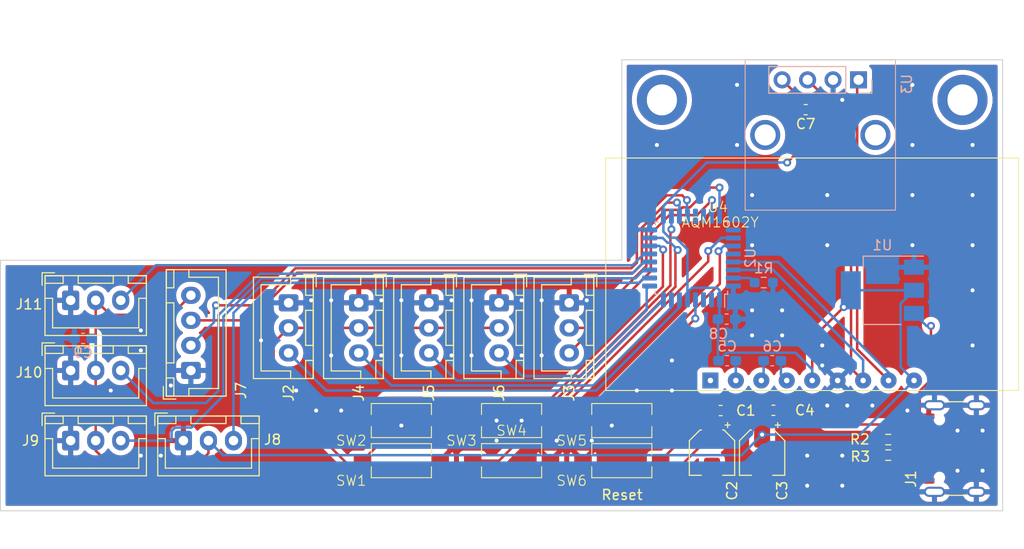
<source format=kicad_pcb>
(kicad_pcb (version 20240108) (generator "pcbnew") (generator_version "8.0")
  (layers (0 "F.Cu" signal) (31 "B.Cu" signal) (34 "B.Paste" user) (35 "F.Paste" user) (36 "B.SilkS" user "B.Silkscreen") (37 "F.SilkS" user "F.Silkscreen") (38 "B.Mask" user) (39 "F.Mask" user) (44 "Edge.Cuts" user))
  (net 0 "")
  (net 1 "+5V")
  (net 2 "GND")
  (net 3 "+3.3V")
  (net 4 "Net-(U4-VOUT)")
  (net 5 "Net-(U4-CAP1P)")
  (net 6 "Net-(U4-CAP1N)")
  (net 7 "Net-(J1-CC1)")
  (net 11 "Net-(J1-CC2)")
  (net 15 "5V_ALT1")
  (net 16 "SWCLK")
  (net 17 "SWDIO")
  (net 18 "5V_ALT2")
  (net 19 "5V_ALT3")
  (net 20 "5V_ALT4")
  (net 21 "UART1_TX")
  (net 22 "UART1_RX")
  (net 23 "3.3V_ALT1")
  (net 24 "3.3V_ALT2")
  (net 25 "3.3V_ALT3")
  (net 26 "3.3V_ALT4")
  (net 27 "Net-(U2-PB8{slash}BOOT0)")
  (net 28 "SW1")
  (net 29 "SW2")
  (net 30 "SW3")
  (net 31 "SW4")
  (net 32 "SW5")
  (net 33 "Net-(U2-NRST)")
  (net 40 "I2C1_SCL")
  (net 41 "I2C1_SDA")
  (footprint "Capacitor_SMD:C_0603_1608Metric_Pad1.08x0.95mm_HandSolder" (layer "F.Cu") (at 243.35 106.975 180)
    (property "Reference" "C7" (at 0 -1.43 0) (layer "F.SilkS"))
    (property "Value" "0.1u")
    (pad "1" smd roundrect (at -0.8625 0 180) (size 1.075 0.95) (layers "F.Cu" "F.Paste" "F.Mask") (net 2 "GND"))
    (pad "2" smd roundrect (at 0.8625 0 180) (size 1.075 0.95) (layers "F.Cu" "F.Paste" "F.Mask") (net 3 "+3.3V"))
  )
  (footprint "Connector_JST:JST_XH_B3B-XH-A_1x03_P2.50mm_Vertical" (layer "F.Cu") (at 198.75 126.25 -90)
    (property "Reference" "J4" (at 9 0 90) (layer "F.SilkS"))
    (property "Value" "Conn_01x03")
    (pad "1" thru_hole roundrect (at 0 0 270) (size 1.7 1.95) (drill 0.95) (layers "*.Cu" "*.Mask") (roundrect_rratio 0.147059) (net 2 "GND"))
    (pad "2" thru_hole oval (at 2.5 0 270) (size 1.7 1.95) (drill 0.95) (layers "*.Cu" "*.Mask") (net 1 "+5V"))
    (pad "3" thru_hole oval (at 5 0 270) (size 1.7 1.95) (drill 0.95) (layers "*.Cu" "*.Mask") (net 18 "5V_ALT2"))
  )
  (footprint "yuki_lib:PAD_3mm_5mm" (layer "F.Cu") (at 229 106)
    (property "Reference" "REF**" (hide yes))
    (property "Value" "PAD_3mm_5mm")
    (pad "1" thru_hole circle (at 0 0) (size 5 5) (drill oval 3 3.1) (layers "*.Cu" "*.Mask"))
  )
  (footprint "Connector_JST:JST_XH_B3B-XH-A_1x03_P2.50mm_Vertical" (layer "F.Cu") (at 181.25 140)
    (property "Reference" "J8" (at 8.9 -0.1 0) (layer "F.SilkS"))
    (property "Value" "Conn_01x03")
    (pad "1" thru_hole roundrect (at 0 0) (size 1.7 1.95) (drill 0.95) (layers "*.Cu" "*.Mask") (roundrect_rratio 0.147059) (net 2 "GND"))
    (pad "2" thru_hole oval (at 2.5 0) (size 1.7 1.95) (drill 0.95) (layers "*.Cu" "*.Mask") (net 3 "+3.3V"))
    (pad "3" thru_hole oval (at 5 0) (size 1.7 1.95) (drill 0.95) (layers "*.Cu" "*.Mask") (net 23 "3.3V_ALT1"))
  )
  (footprint "yuki_lib:SW_TSB008A2518A" (layer "F.Cu") (at 214 138)
    (property "Reference" "SW3" (at -5 2 0) (layer "F.SilkS") (effects (font (thickness 0.1))))
    (property "Value" "SW_Push")
    (pad "1" smd rect (at -3.875 0) (size 1.75 1) (layers "F.Cu" "F.Paste" "F.Mask") (net 30 "SW3"))
    (pad "2" smd rect (at 3.875 0) (size 1.75 1) (layers "F.Cu" "F.Paste" "F.Mask") (net 2 "GND"))
  )
  (footprint "Capacitor_SMD:C_0603_1608Metric_Pad1.08x0.95mm_HandSolder" (layer "F.Cu") (at 234.8625 137)
    (property "Reference" "C1" (at 2.5125 0 0) (layer "F.SilkS"))
    (property "Value" "0.1u")
    (pad "1" smd roundrect (at -0.8625 0) (size 1.075 0.95) (layers "F.Cu" "F.Paste" "F.Mask") (net 1 "+5V"))
    (pad "2" smd roundrect (at 0.8625 0) (size 1.075 0.95) (layers "F.Cu" "F.Paste" "F.Mask") (net 2 "GND"))
  )
  (footprint "Connector_JST:JST_XH_B3B-XH-A_1x03_P2.50mm_Vertical" (layer "F.Cu") (at 170 126)
    (property "Reference" "J11" (at -4.15 0.4 0) (layer "F.SilkS"))
    (property "Value" "Conn_01x03")
    (pad "1" thru_hole roundrect (at 0 0) (size 1.7 1.95) (drill 0.95) (layers "*.Cu" "*.Mask") (roundrect_rratio 0.147059) (net 2 "GND"))
    (pad "2" thru_hole oval (at 2.5 0) (size 1.7 1.95) (drill 0.95) (layers "*.Cu" "*.Mask") (net 3 "+3.3V"))
    (pad "3" thru_hole oval (at 5 0) (size 1.7 1.95) (drill 0.95) (layers "*.Cu" "*.Mask") (net 26 "3.3V_ALT4"))
  )
  (footprint "Capacitor_SMD:CP_Elec_4x5.4" (layer "F.Cu") (at 239 141.2 -90)
    (property "Reference" "C3" (at 3.8 -2 90) (layer "F.SilkS"))
    (property "Value" "10u")
    (pad "1" smd roundrect (at -1.8 0 270) (size 2.6 1.6) (layers "F.Cu" "F.Paste" "F.Mask") (roundrect_rratio 0.15625) (net 3 "+3.3V"))
    (pad "2" smd roundrect (at 1.8 0 270) (size 2.6 1.6) (layers "F.Cu" "F.Paste" "F.Mask") (roundrect_rratio 0.15625) (net 2 "GND"))
  )
  (footprint "Connector_JST:JST_XH_B3B-XH-A_1x03_P2.50mm_Vertical" (layer "F.Cu") (at 212.75 126.25 -90)
    (property "Reference" "J6" (at 9 0 90) (layer "F.SilkS"))
    (property "Value" "Conn_01x03")
    (pad "1" thru_hole roundrect (at 0 0 270) (size 1.7 1.95) (drill 0.95) (layers "*.Cu" "*.Mask") (roundrect_rratio 0.147059) (net 2 "GND"))
    (pad "2" thru_hole oval (at 2.5 0 270) (size 1.7 1.95) (drill 0.95) (layers "*.Cu" "*.Mask") (net 1 "+5V"))
    (pad "3" thru_hole oval (at 5 0 270) (size 1.7 1.95) (drill 0.95) (layers "*.Cu" "*.Mask") (net 20 "5V_ALT4"))
  )
  (footprint "Connector_JST:JST_XH_B4B-XH-A_1x04_P2.50mm_Vertical" (layer "F.Cu") (at 182 133 90)
    (property "Reference" "J7" (at -2 5 90) (layer "F.SilkS"))
    (property "Value" "Conn_01x04")
    (pad "1" thru_hole roundrect (at 0 0 90) (size 1.7 1.95) (drill 0.95) (layers "*.Cu" "*.Mask") (roundrect_rratio 0.147059) (net 2 "GND"))
    (pad "2" thru_hole oval (at 2.5 0 90) (size 1.7 1.95) (drill 0.95) (layers "*.Cu" "*.Mask") (net 21 "UART1_TX"))
    (pad "3" thru_hole oval (at 5 0 90) (size 1.7 1.95) (drill 0.95) (layers "*.Cu" "*.Mask") (net 22 "UART1_RX"))
    (pad "4" thru_hole oval (at 7.5 0 90) (size 1.7 1.95) (drill 0.95) (layers "*.Cu" "*.Mask") (net 3 "+3.3V"))
  )
  (footprint "yuki_lib:SW_TSB008A2518A" (layer "F.Cu") (at 225 142)
    (property "Reference" "SW6" (at -5 2 0) (layer "F.SilkS") (effects (font (thickness 0.1))))
    (property "Value" "Reset_SW")
    (pad "1" smd rect (at -3.875 0) (size 1.75 1) (layers "F.Cu" "F.Paste" "F.Mask") (net 2 "GND"))
    (pad "2" smd rect (at 3.875 0) (size 1.75 1) (layers "F.Cu" "F.Paste" "F.Mask") (net 33 "Net-(U2-NRST)"))
  )
  (footprint "Resistor_SMD:R_0603_1608Metric_Pad0.98x0.95mm_HandSolder" (layer "F.Cu") (at 251.5875 141.45 180)
    (property "Reference" "R3" (at 2.7875 -0.15 0) (layer "F.SilkS"))
    (property "Value" "5.1k")
    (pad "1" smd roundrect (at -0.9125 0 180) (size 0.975 0.95) (layers "F.Cu" "F.Paste" "F.Mask") (net 7 "Net-(J1-CC1)"))
    (pad "2" smd roundrect (at 0.9125 0 180) (size 0.975 0.95) (layers "F.Cu" "F.Paste" "F.Mask") (net 2 "GND"))
  )
  (footprint "yuki_lib:AQM1602Y-RN" (layer "F.Cu") (at 223.4 135)
    (property "Reference" "U4" (at 11.2 -18.3 0) (layer "F.SilkS") (effects (font (thickness 0.1))))
    (property "Value" "AQM1602")
    (fp_text user "AQM1602Y" (at 7.5 -16.2 0) (layer "F.SilkS") (effects (font (thickness 0.1)) (justify left bottom)))
    (pad "1" thru_hole rect (at 10.44 -1) (size 1.6 1.6) (drill 0.55) (layers "*.Cu" "*.Mask"))
    (pad "2" thru_hole circle (at 12.98 -1) (size 1.6 1.6) (drill 0.55) (layers "*.Cu" "*.Mask") (net 4 "Net-(U4-VOUT)"))
    (pad "3" thru_hole circle (at 15.52 -1) (size 1.6 1.6) (drill 0.55) (layers "*.Cu" "*.Mask") (net 6 "Net-(U4-CAP1N)"))
    (pad "4" thru_hole circle (at 18.06 -1) (size 1.6 1.6) (drill 0.55) (layers "*.Cu" "*.Mask") (net 5 "Net-(U4-CAP1P)"))
    (pad "5" thru_hole circle (at 20.6 -1) (size 1.6 1.6) (drill 0.55) (layers "*.Cu" "*.Mask") (net 3 "+3.3V"))
    (pad "6" thru_hole circle (at 23.14 -1) (size 1.6 1.6) (drill 0.55) (layers "*.Cu" "*.Mask") (net 2 "GND"))
    (pad "7" thru_hole circle (at 25.68 -1) (size 1.6 1.6) (drill 0.55) (layers "*.Cu" "*.Mask") (net 41 "I2C1_SDA"))
    (pad "8" thru_hole circle (at 28.22 -1) (size 1.6 1.6) (drill 0.55) (layers "*.Cu" "*.Mask") (net 40 "I2C1_SCL"))
    (pad "9" thru_hole circle (at 30.76 -1) (size 1.6 1.6) (drill 0.55) (layers "*.Cu" "*.Mask") (net 3 "+3.3V"))
  )
  (footprint "Connector_JST:JST_XH_B3B-XH-A_1x03_P2.50mm_Vertical" (layer "F.Cu") (at 219.75 126.25 -90)
    (property "Reference" "J3" (at 9 0 90) (layer "F.SilkS"))
    (property "Value" "Conn_01x03")
    (pad "1" thru_hole roundrect (at 0 0 270) (size 1.7 1.95) (drill 0.95) (layers "*.Cu" "*.Mask") (roundrect_rratio 0.147059) (net 2 "GND"))
    (pad "2" thru_hole oval (at 2.5 0 270) (size 1.7 1.95) (drill 0.95) (layers "*.Cu" "*.Mask") (net 16 "SWCLK"))
    (pad "3" thru_hole oval (at 5 0 270) (size 1.7 1.95) (drill 0.95) (layers "*.Cu" "*.Mask") (net 17 "SWDIO"))
  )
  (footprint "Capacitor_SMD:C_0603_1608Metric_Pad1.08x0.95mm_HandSolder" (layer "F.Cu") (at 240.125 136.975)
    (property "Reference" "C4" (at 3.1375 0 0) (layer "F.SilkS"))
    (property "Value" "0.1u")
    (pad "1" smd roundrect (at -0.8625 0) (size 1.075 0.95) (layers "F.Cu" "F.Paste" "F.Mask") (net 3 "+3.3V"))
    (pad "2" smd roundrect (at 0.8625 0) (size 1.075 0.95) (layers "F.Cu" "F.Paste" "F.Mask") (net 2 "GND"))
  )
  (footprint "yuki_lib:SW_TSB008A2518A" (layer "F.Cu") (at 214 142)
    (property "Reference" "SW4" (at 0 -3 0) (layer "F.SilkS") (effects (font (thickness 0.1))))
    (property "Value" "SW_Push")
    (pad "1" smd rect (at -3.875 0) (size 1.75 1) (layers "F.Cu" "F.Paste" "F.Mask") (net 31 "SW4"))
    (pad "2" smd rect (at 3.875 0) (size 1.75 1) (layers "F.Cu" "F.Paste" "F.Mask") (net 2 "GND"))
  )
  (footprint "yuki_lib:PAD_3mm_5mm" (layer "F.Cu") (at 259 106)
    (property "Reference" "REF**" (hide yes))
    (property "Value" "PAD_3mm_5mm")
    (pad "1" thru_hole circle (at 0 0) (size 5 5) (drill oval 3 3.1) (layers "*.Cu" "*.Mask"))
  )
  (footprint "yuki_lib:SW_TSB008A2518A" (layer "F.Cu") (at 225 138)
    (property "Reference" "SW5" (at -5 2 0) (layer "F.SilkS") (effects (font (thickness 0.1))))
    (property "Value" "SW_Push")
    (pad "1" smd rect (at -3.875 0) (size 1.75 1) (layers "F.Cu" "F.Paste" "F.Mask") (net 32 "SW5"))
    (pad "2" smd rect (at 3.875 0) (size 1.75 1) (layers "F.Cu" "F.Paste" "F.Mask") (net 2 "GND"))
  )
  (footprint "Connector_USB:USB_C_Receptacle_GCT_USB4105-xx-A_16P_TopMnt_Horizontal" (layer "F.Cu") (at 259.305 140.79 90)
    (property "Reference" "J1" (at -3.035 -5.455 90) (layer "F.SilkS"))
    (property "Value" "USB_C_Receptacle_USB2.0")
    (pad "" np_thru_hole circle (at -2.89 -2.605 90) (size 0.65 0.65) (drill 0.65) (layers "F&B.Cu" "*.Mask"))
    (pad "" np_thru_hole circle (at 2.89 -2.605 90) (size 0.65 0.65) (drill 0.65) (layers "F&B.Cu" "*.Mask"))
    (pad "A1" smd roundrect (at -3.2 -3.68 90) (size 0.6 1.15) (layers "F.Cu" "F.Paste" "F.Mask") (net 2 "GND"))
    (pad "A4" smd roundrect (at -2.4 -3.68 90) (size 0.6 1.15) (layers "F.Cu" "F.Paste" "F.Mask") (net 1 "+5V"))
    (pad "A5" smd roundrect (at -1.25 -3.68 90) (size 0.3 1.15) (layers "F.Cu" "F.Paste" "F.Mask") (net 7 "Net-(J1-CC1)"))
    (pad "A6" smd roundrect (at -0.25 -3.68 90) (size 0.3 1.15) (layers "F.Cu" "F.Paste" "F.Mask"))
    (pad "A7" smd roundrect (at 0.25 -3.68 90) (size 0.3 1.15) (layers "F.Cu" "F.Paste" "F.Mask"))
    (pad "A8" smd roundrect (at 1.25 -3.68 90) (size 0.3 1.15) (layers "F.Cu" "F.Paste" "F.Mask"))
    (pad "A9" smd roundrect (at 2.4 -3.68 90) (size 0.6 1.15) (layers "F.Cu" "F.Paste" "F.Mask") (net 1 "+5V"))
    (pad "A12" smd roundrect (at 3.2 -3.68 90) (size 0.6 1.15) (layers "F.Cu" "F.Paste" "F.Mask") (net 2 "GND"))
    (pad "B1" smd roundrect (at 3.2 -3.68 90) (size 0.6 1.15) (layers "F.Cu" "F.Paste" "F.Mask") (net 2 "GND"))
    (pad "B4" smd roundrect (at 2.4 -3.68 90) (size 0.6 1.15) (layers "F.Cu" "F.Paste" "F.Mask") (net 1 "+5V"))
    (pad "B5" smd roundrect (at 1.75 -3.68 90) (size 0.3 1.15) (layers "F.Cu" "F.Paste" "F.Mask") (net 11 "Net-(J1-CC2)"))
    (pad "B6" smd roundrect (at 0.75 -3.68 90) (size 0.3 1.15) (layers "F.Cu" "F.Paste" "F.Mask"))
    (pad "B7" smd roundrect (at -0.75 -3.68 90) (size 0.3 1.15) (layers "F.Cu" "F.Paste" "F.Mask"))
    (pad "B8" smd roundrect (at -1.75 -3.68 90) (size 0.3 1.15) (layers "F.Cu" "F.Paste" "F.Mask"))
    (pad "B9" smd roundrect (at -2.4 -3.68 90) (size 0.6 1.15) (layers "F.Cu" "F.Paste" "F.Mask") (net 1 "+5V"))
    (pad "B12" smd roundrect (at -3.2 -3.68 90) (size 0.6 1.15) (layers "F.Cu" "F.Paste" "F.Mask") (net 2 "GND"))
    (pad "S1" thru_hole oval (at -4.32 -3.105 90) (size 1 2.1) (drill oval 0.6 1.7) (layers "*.Cu" "*.Mask" "F.Paste") (net 2 "GND"))
    (pad "S1" thru_hole oval (at -4.32 1.075 90) (size 1 1.8) (drill oval 0.6 1.4) (layers "*.Cu" "*.Mask" "F.Paste") (net 2 "GND"))
    (pad "S1" thru_hole oval (at 4.32 -3.105 90) (size 1 2.1) (drill oval 0.6 1.7) (layers "*.Cu" "*.Mask" "F.Paste") (net 2 "GND"))
    (pad "S1" thru_hole oval (at 4.32 1.075 90) (size 1 1.8) (drill oval 0.6 1.4) (layers "*.Cu" "*.Mask" "F.Paste") (net 2 "GND"))
  )
  (footprint "yuki_lib:SW_TSB008A2518A" (layer "F.Cu") (at 203 142)
    (property "Reference" "SW1" (at -5 2 0) (layer "F.SilkS") (effects (font (thickness 0.1))))
    (property "Value" "SW_Push")
    (pad "1" smd rect (at -3.875 0) (size 1.75 1) (layers "F.Cu" "F.Paste" "F.Mask") (net 28 "SW1"))
    (pad "2" smd rect (at 3.875 0) (size 1.75 1) (layers "F.Cu" "F.Paste" "F.Mask") (net 2 "GND"))
  )
  (footprint "Connector_JST:JST_XH_B3B-XH-A_1x03_P2.50mm_Vertical" (layer "F.Cu") (at 205.75 126.25 -90)
    (property "Reference" "J5" (at 9 0 90) (layer "F.SilkS"))
    (property "Value" "Conn_01x03")
    (pad "1" thru_hole roundrect (at 0 0 270) (size 1.7 1.95) (drill 0.95) (layers "*.Cu" "*.Mask") (roundrect_rratio 0.147059) (net 2 "GND"))
    (pad "2" thru_hole oval (at 2.5 0 270) (size 1.7 1.95) (drill 0.95) (layers "*.Cu" "*.Mask") (net 1 "+5V"))
    (pad "3" thru_hole oval (at 5 0 270) (size 1.7 1.95) (drill 0.95) (layers "*.Cu" "*.Mask") (net 19 "5V_ALT3"))
  )
  (footprint "Connector_JST:JST_XH_B3B-XH-A_1x03_P2.50mm_Vertical" (layer "F.Cu") (at 170 133)
    (property "Reference" "J10" (at -4.15 0.2 0) (layer "F.SilkS"))
    (property "Value" "Conn_01x03")
    (pad "1" thru_hole roundrect (at 0 0) (size 1.7 1.95) (drill 0.95) (layers "*.Cu" "*.Mask") (roundrect_rratio 0.147059) (net 2 "GND"))
    (pad "2" thru_hole oval (at 2.5 0) (size 1.7 1.95) (drill 0.95) (layers "*.Cu" "*.Mask") (net 3 "+3.3V"))
    (pad "3" thru_hole oval (at 5 0) (size 1.7 1.95) (drill 0.95) (layers "*.Cu" "*.Mask") (net 25 "3.3V_ALT3"))
  )
  (footprint "Connector_JST:JST_XH_B3B-XH-A_1x03_P2.50mm_Vertical" (layer "F.Cu") (at 170 140)
    (property "Reference" "J9" (at -4 0 0) (layer "F.SilkS"))
    (property "Value" "Conn_01x03")
    (pad "1" thru_hole roundrect (at 0 0) (size 1.7 1.95) (drill 0.95) (layers "*.Cu" "*.Mask") (roundrect_rratio 0.147059) (net 2 "GND"))
    (pad "2" thru_hole oval (at 2.5 0) (size 1.7 1.95) (drill 0.95) (layers "*.Cu" "*.Mask") (net 3 "+3.3V"))
    (pad "3" thru_hole oval (at 5 0) (size 1.7 1.95) (drill 0.95) (layers "*.Cu" "*.Mask") (net 24 "3.3V_ALT2"))
  )
  (footprint "Resistor_SMD:R_0603_1608Metric_Pad0.98x0.95mm_HandSolder" (layer "F.Cu") (at 251.5875 139.9 180)
    (property "Reference" "R2" (at 2.8375 0.025 0) (layer "F.SilkS"))
    (property "Value" "5.1k")
    (pad "1" smd roundrect (at -0.9125 0 180) (size 0.975 0.95) (layers "F.Cu" "F.Paste" "F.Mask") (net 11 "Net-(J1-CC2)"))
    (pad "2" smd roundrect (at 0.9125 0 180) (size 0.975 0.95) (layers "F.Cu" "F.Paste" "F.Mask") (net 2 "GND"))
  )
  (footprint "Connector_JST:JST_XH_B3B-XH-A_1x03_P2.50mm_Vertical" (layer "F.Cu") (at 191.75 126.25 -90)
    (property "Reference" "J2" (at 9 0 90) (layer "F.SilkS"))
    (property "Value" "Conn_01x03")
    (pad "1" thru_hole roundrect (at 0 0 270) (size 1.7 1.95) (drill 0.95) (layers "*.Cu" "*.Mask") (roundrect_rratio 0.147059) (net 2 "GND"))
    (pad "2" thru_hole oval (at 2.5 0 270) (size 1.7 1.95) (drill 0.95) (layers "*.Cu" "*.Mask") (net 1 "+5V"))
    (pad "3" thru_hole oval (at 5 0 270) (size 1.7 1.95) (drill 0.95) (layers "*.Cu" "*.Mask") (net 15 "5V_ALT1"))
  )
  (footprint "yuki_lib:SW_TSB008A2518A" (layer "F.Cu") (at 203 138)
    (property "Reference" "SW2" (at -5 2 0) (layer "F.SilkS") (effects (font (thickness 0.1))))
    (property "Value" "SW_Push")
    (pad "1" smd rect (at -3.875 0) (size 1.75 1) (layers "F.Cu" "F.Paste" "F.Mask") (net 29 "SW2"))
    (pad "2" smd rect (at 3.875 0) (size 1.75 1) (layers "F.Cu" "F.Paste" "F.Mask") (net 2 "GND"))
  )
  (footprint "Capacitor_SMD:CP_Elec_4x5.4" (layer "F.Cu") (at 234 141.2 -90)
    (property "Reference" "C2" (at 3.8 -2 90) (layer "F.SilkS"))
    (property "Value" "10u")
    (pad "1" smd roundrect (at -1.8 0 270) (size 2.6 1.6) (layers "F.Cu" "F.Paste" "F.Mask") (roundrect_rratio 0.15625) (net 1 "+5V"))
    (pad "2" smd roundrect (at 1.8 0 270) (size 2.6 1.6) (layers "F.Cu" "F.Paste" "F.Mask") (roundrect_rratio 0.15625) (net 2 "GND"))
  )
  (footprint "Capacitor_SMD:C_0603_1608Metric_Pad1.08x0.95mm_HandSolder" (layer "B.Cu") (at 171.2375 129.8)
    (property "Reference" "C9" (at 0 1.43 0) (layer "B.SilkS") (effects (justify mirror)))
    (property "Value" "0.1u")
    (pad "1" smd roundrect (at -0.8625 0) (size 1.075 0.95) (layers "B.Cu" "B.Paste" "B.Mask") (net 2 "GND"))
    (pad "2" smd roundrect (at 0.8625 0) (size 1.075 0.95) (layers "B.Cu" "B.Paste" "B.Mask") (net 3 "+3.3V"))
  )
  (footprint "Package_TO_SOT_SMD:SOT-223-3_TabPin2" (layer "B.Cu") (at 251 125 180)
    (property "Reference" "U1" (at 0 4.5 0) (layer "B.SilkS") (effects (justify mirror)))
    (property "Value" "AMS1117-3.3")
    (pad "1" smd rect (at -3.15 2.3 180) (size 2 1.5) (layers "B.Cu" "B.Paste" "B.Mask") (net 2 "GND"))
    (pad "2" smd rect (at -3.15 0 180) (size 2 1.5) (layers "B.Cu" "B.Paste" "B.Mask") (net 3 "+3.3V"))
    (pad "2" smd rect (at 3.15 0 180) (size 2 3.8) (layers "B.Cu" "B.Paste" "B.Mask") (net 3 "+3.3V"))
    (pad "3" smd rect (at -3.15 -2.3 180) (size 2 1.5) (layers "B.Cu" "B.Paste" "B.Mask") (net 1 "+5V"))
  )
  (footprint "Capacitor_SMD:C_0603_1608Metric_Pad1.08x0.95mm_HandSolder" (layer "B.Cu") (at 235.4625 127.875 180)
    (property "Reference" "C8" (at 0.8125 -1.475 0) (layer "B.SilkS") (effects (justify mirror)))
    (property "Value" "0.1u")
    (pad "1" smd roundrect (at -0.8625 0 180) (size 1.075 0.95) (layers "B.Cu" "B.Paste" "B.Mask") (net 2 "GND"))
    (pad "2" smd roundrect (at 0.8625 0 180) (size 1.075 0.95) (layers "B.Cu" "B.Paste" "B.Mask") (net 3 "+3.3V"))
  )
  (footprint "yuki_lib:AHT20+BMP280_Sensor_SimpleRobot" (layer "B.Cu") (at 237.31 102 180)
    (property "Reference" "U3" (at -16.129 -2.413 90) (layer "B.SilkS") (effects (justify mirror)))
    (property "Value" "AHT20+BMP280")
    (pad "" np_thru_hole circle (at -13 -7.5 180) (size 3 3) (drill 2.1) (layers "F&B.Cu" "*.Mask"))
    (pad "" np_thru_hole circle (at -2 -7.5 180) (size 3 3) (drill 2.1) (layers "F&B.Cu" "*.Mask"))
    (pad "1" thru_hole rect (at -11.31 -2 90) (size 1.7 1.7) (drill 1) (layers "*.Cu" "*.Mask") (net 40 "I2C1_SCL"))
    (pad "2" thru_hole oval (at -8.77 -2 90) (size 1.7 1.7) (drill 1) (layers "*.Cu" "*.Mask") (net 2 "GND"))
    (pad "3" thru_hole oval (at -6.23 -2 270) (size 1.7 1.7) (drill 1) (layers "*.Cu" "*.Mask") (net 41 "I2C1_SDA"))
    (pad "4" thru_hole oval (at -3.69 -2 90) (size 1.7 1.7) (drill 1) (layers "*.Cu" "*.Mask") (net 3 "+3.3V"))
  )
  (footprint "Capacitor_SMD:C_0603_1608Metric_Pad1.08x0.95mm_HandSolder" (layer "B.Cu") (at 235.5125 132.025 180)
    (property "Reference" "C5" (at 0 1.43 0) (layer "B.SilkS") (effects (justify mirror)))
    (property "Value" "1u")
    (pad "1" smd roundrect (at -0.8625 0 180) (size 1.075 0.95) (layers "B.Cu" "B.Paste" "B.Mask") (net 4 "Net-(U4-VOUT)"))
    (pad "2" smd roundrect (at 0.8625 0 180) (size 1.075 0.95) (layers "B.Cu" "B.Paste" "B.Mask") (net 3 "+3.3V"))
  )
  (footprint "Resistor_SMD:R_0603_1608Metric_Pad0.98x0.95mm_HandSolder" (layer "B.Cu") (at 239.1625 124.225 180)
    (property "Reference" "R1" (at 0 1.43 0) (layer "B.SilkS") (effects (justify mirror)))
    (property "Value" "500k")
    (pad "1" smd roundrect (at -0.9125 0 180) (size 0.975 0.95) (layers "B.Cu" "B.Paste" "B.Mask") (net 2 "GND"))
    (pad "2" smd roundrect (at 0.9125 0 180) (size 0.975 0.95) (layers "B.Cu" "B.Paste" "B.Mask") (net 27 "Net-(U2-PB8{slash}BOOT0)"))
  )
  (footprint "Capacitor_SMD:C_0603_1608Metric_Pad1.08x0.95mm_HandSolder" (layer "B.Cu") (at 240.0125 132.025 180)
    (property "Reference" "C6" (at 0 1.43 0) (layer "B.SilkS") (effects (justify mirror)))
    (property "Value" "1u")
    (pad "1" smd roundrect (at -0.8625 0 180) (size 1.075 0.95) (layers "B.Cu" "B.Paste" "B.Mask") (net 5 "Net-(U4-CAP1P)"))
    (pad "2" smd roundrect (at 0.8625 0 180) (size 1.075 0.95) (layers "B.Cu" "B.Paste" "B.Mask") (net 6 "Net-(U4-CAP1N)"))
  )
  (footprint "Package_QFP:LQFP-32_7x7mm_P0.8mm" (layer "B.Cu") (at 231.95 121.775 90)
    (property "Reference" "U2" (at 0 5.88 90) (layer "B.SilkS") (effects (justify mirror)))
    (property "Value" "CH32V203K8T6")
    (pad "1" smd roundrect (at -4.175 2.8 90) (size 1.5 0.5) (layers "B.Cu" "B.Paste" "B.Mask") (net 3 "+3.3V"))
    (pad "2" smd roundrect (at -4.175 2 90) (size 1.5 0.5) (layers "B.Cu" "B.Paste" "B.Mask"))
    (pad "3" smd roundrect (at -4.175 1.2 90) (size 1.5 0.5) (layers "B.Cu" "B.Paste" "B.Mask"))
    (pad "4" smd roundrect (at -4.175 0.4 90) (size 1.5 0.5) (layers "B.Cu" "B.Paste" "B.Mask") (net 33 "Net-(U2-NRST)"))
    (pad "5" smd roundrect (at -4.175 -0.4 90) (size 1.5 0.5) (layers "B.Cu" "B.Paste" "B.Mask") (net 3 "+3.3V"))
    (pad "6" smd roundrect (at -4.175 -1.2 90) (size 1.5 0.5) (layers "B.Cu" "B.Paste" "B.Mask") (net 15 "5V_ALT1"))
    (pad "7" smd roundrect (at -4.175 -2 90) (size 1.5 0.5) (layers "B.Cu" "B.Paste" "B.Mask") (net 18 "5V_ALT2"))
    (pad "8" smd roundrect (at -4.175 -2.8 90) (size 1.5 0.5) (layers "B.Cu" "B.Paste" "B.Mask") (net 19 "5V_ALT3"))
    (pad "9" smd roundrect (at -2.8 -4.175 90) (size 0.5 1.5) (layers "B.Cu" "B.Paste" "B.Mask") (net 20 "5V_ALT4"))
    (pad "10" smd roundrect (at -2 -4.175 90) (size 0.5 1.5) (layers "B.Cu" "B.Paste" "B.Mask") (net 23 "3.3V_ALT1"))
    (pad "11" smd roundrect (at -1.2 -4.175 90) (size 0.5 1.5) (layers "B.Cu" "B.Paste" "B.Mask") (net 24 "3.3V_ALT2"))
    (pad "12" smd roundrect (at -0.4 -4.175 90) (size 0.5 1.5) (layers "B.Cu" "B.Paste" "B.Mask") (net 25 "3.3V_ALT3"))
    (pad "13" smd roundrect (at 0.4 -4.175 90) (size 0.5 1.5) (layers "B.Cu" "B.Paste" "B.Mask") (net 26 "3.3V_ALT4"))
    (pad "14" smd roundrect (at 1.2 -4.175 90) (size 0.5 1.5) (layers "B.Cu" "B.Paste" "B.Mask") (net 29 "SW2"))
    (pad "15" smd roundrect (at 2 -4.175 90) (size 0.5 1.5) (layers "B.Cu" "B.Paste" "B.Mask") (net 30 "SW3"))
    (pad "16" smd roundrect (at 2.8 -4.175 90) (size 0.5 1.5) (layers "B.Cu" "B.Paste" "B.Mask") (net 2 "GND"))
    (pad "17" smd roundrect (at 4.175 -2.8 90) (size 1.5 0.5) (layers "B.Cu" "B.Paste" "B.Mask") (net 3 "+3.3V"))
    (pad "18" smd roundrect (at 4.175 -2 90) (size 1.5 0.5) (layers "B.Cu" "B.Paste" "B.Mask") (net 28 "SW1"))
    (pad "19" smd roundrect (at 4.175 -1.2 90) (size 1.5 0.5) (layers "B.Cu" "B.Paste" "B.Mask") (net 22 "UART1_RX"))
    (pad "20" smd roundrect (at 4.175 -0.4 90) (size 1.5 0.5) (layers "B.Cu" "B.Paste" "B.Mask") (net 21 "UART1_TX"))
    (pad "21" smd roundrect (at 4.175 0.4 90) (size 1.5 0.5) (layers "B.Cu" "B.Paste" "B.Mask"))
    (pad "22" smd roundrect (at 4.175 1.2 90) (size 1.5 0.5) (layers "B.Cu" "B.Paste" "B.Mask"))
    (pad "23" smd roundrect (at 4.175 2 90) (size 1.5 0.5) (layers "B.Cu" "B.Paste" "B.Mask") (net 17 "SWDIO"))
    (pad "24" smd roundrect (at 4.175 2.8 90) (size 1.5 0.5) (layers "B.Cu" "B.Paste" "B.Mask") (net 16 "SWCLK"))
    (pad "25" smd roundrect (at 2.8 4.175 90) (size 0.5 1.5) (layers "B.Cu" "B.Paste" "B.Mask"))
    (pad "26" smd roundrect (at 2 4.175 90) (size 0.5 1.5) (layers "B.Cu" "B.Paste" "B.Mask") (net 31 "SW4"))
    (pad "27" smd roundrect (at 1.2 4.175 90) (size 0.5 1.5) (layers "B.Cu" "B.Paste" "B.Mask") (net 32 "SW5"))
    (pad "28" smd roundrect (at 0.4 4.175 90) (size 0.5 1.5) (layers "B.Cu" "B.Paste" "B.Mask"))
    (pad "29" smd roundrect (at -0.4 4.175 90) (size 0.5 1.5) (layers "B.Cu" "B.Paste" "B.Mask") (net 40 "I2C1_SCL"))
    (pad "30" smd roundrect (at -1.2 4.175 90) (size 0.5 1.5) (layers "B.Cu" "B.Paste" "B.Mask") (net 41 "I2C1_SDA"))
    (pad "31" smd roundrect (at -2 4.175 90) (size 0.5 1.5) (layers "B.Cu" "B.Paste" "B.Mask") (net 27 "Net-(U2-PB8{slash}BOOT0)"))
    (pad "32" smd roundrect (at -2.8 4.175 90) (size 0.5 1.5) (layers "B.Cu" "B.Paste" "B.Mask") (net 2 "GND"))
  )
  (gr_line (start 263 147) (end 163 147) (stroke (width 0.1)) (layer "Edge.Cuts"))
  (gr_line (start 163 122) (end 225 122) (stroke (width 0.1)) (layer "Edge.Cuts"))
  (gr_line (start 225 102) (end 263 102) (stroke (width 0.1)) (layer "Edge.Cuts"))
  (gr_line (start 263 102) (end 263 147) (stroke (width 0.1)) (layer "Edge.Cuts"))
  (gr_line (start 163 147) (end 163 122) (stroke (width 0.1)) (layer "Edge.Cuts"))
  (gr_line (start 225 122) (end 225 102) (stroke (width 0.1)) (layer "Edge.Cuts"))
  (gr_text "Reset" (at 222.875 146 0) (layer "F.SilkS") (effects (font (size 1 1)) (justify left bottom)))
  (segment (start 230.575 142.825) (end 198.11538 142.825) (width 0.25) (layer "F.Cu") (net 1))
  (segment (start 254.725 135.05) (end 255.85 133.925) (width 0.25) (layer "F.Cu") (net 1))
  (segment (start 234 137) (end 234 139.4) (width 0.25) (layer "F.Cu") (net 1))
  (segment (start 256.2 138.39) (end 256.525 138.715) (width 0.25) (layer "F.Cu") (net 1))
  (segment (start 190.25 130.25) (end 191.75 128.75) (width 0.25) (layer "F.Cu") (net 1))
  (segment (start 255.625 138.39) (end 255.05 138.39) (width 0.25) (layer "F.Cu") (net 1))
  (segment (start 255.625 138.39) (end 256.2 138.39) (width 0.25) (layer "F.Cu") (net 1))
  (segment (start 245.39 138.39) (end 242.5 135.5) (width 0.25) (layer "F.Cu") (net 1))
  (segment (start 234 136.5) (end 234 137) (width 0.25) (layer "F.Cu") (net 1))
  (segment (start 254.725 138.065) (end 254.725 135.05) (width 0.25) (layer "F.Cu") (net 1))
  (segment (start 234 139.4) (end 230.575 142.825) (width 0.25) (layer "F.Cu") (net 1))
  (segment (start 212.75 128.75) (end 191.75 128.75) (width 0.25) (layer "F.Cu") (net 1))
  (segment (start 255.05 138.39) (end 254.725 138.065) (width 0.25) (layer "F.Cu") (net 1))
  (segment (start 255.85 133.925) (end 255.85 128.55) (width 0.25) (layer "F.Cu") (net 1))
  (segment (start 190.25 134.95962) (end 190.25 130.25) (width 0.25) (layer "F.Cu") (net 1))
  (segment (start 256.525 142.865) (end 256.2 143.19) (width 0.25) (layer "F.Cu") (net 1))
  (segment (start 256.525 138.715) (end 256.525 142.865) (width 0.25) (layer "F.Cu") (net 1))
  (segment (start 242.5 135.5) (end 235 135.5) (width 0.25) (layer "F.Cu") (net 1))
  (segment (start 198.11538 142.825) (end 190.25 134.95962) (width 0.25) (layer "F.Cu") (net 1))
  (segment (start 255.625 138.39) (end 245.39 138.39) (width 0.25) (layer "F.Cu") (net 1))
  (segment (start 235 135.5) (end 234 136.5) (width 0.25) (layer "F.Cu") (net 1))
  (segment (start 256.2 143.19) (end 255.625 143.19) (width 0.25) (layer "F.Cu") (net 1))
  (via (at 255.85 128.55) (size 0.8) (drill 0.4) (layers "F.Cu" "B.Cu") (net 1))
  (segment (start 255.85 128.55) (end 255.4 128.55) (width 0.25) (layer "B.Cu") (net 1))
  (segment (start 255.4 128.55) (end 254.15 127.3) (width 0.25) (layer "B.Cu") (net 1))
  (via (at 247 144.5) (size 0.8) (drill 0.4) (layers "F.Cu" "B.Cu") (net 2))
  (via (at 177 129) (size 0.8) (drill 0.4) (layers "F.Cu" "B.Cu") (net 2))
  (via (at 253.5 137) (size 0.8) (drill 0.4) (layers "F.Cu" "B.Cu") (net 2))
  (via (at 245.5 120.5) (size 0.8) (drill 0.4) (layers "F.Cu" "B.Cu") (net 2))
  (via (at 238 129.5) (size 0.8) (drill 0.4) (layers "F.Cu" "B.Cu") (net 2))
  (via (at 245.5 136.5) (size 0.8) (drill 0.4) (layers "F.Cu" "B.Cu") (net 2))
  (via (at 260 115.5) (size 0.8) (drill 0.4) (layers "F.Cu" "B.Cu") (net 2))
  (via (at 210 131.5) (size 0.8) (drill 0.4) (layers "F.Cu" "B.Cu") (net 2))
  (via (at 261 143) (size 0.8) (drill 0.4) (layers "F.Cu" "B.Cu") (net 2))
  (via (at 238 115.5) (size 0.8) (drill 0.4) (layers "F.Cu" "B.Cu") (net 2))
  (via (at 254 120.5) (size 0.8) (drill 0.4) (layers "F.Cu" "B.Cu") (net 2))
  (via (at 177 131) (size 0.8) (drill 0.4) (layers "F.Cu" "B.Cu") (net 2))
  (via (at 218.5 140) (size 0.8) (drill 0.4) (layers "F.Cu" "B.Cu") (net 2))
  (via (at 180 134.5) (size 0.8) (drill 0.4) (layers "F.Cu" "B.Cu") (net 2))
  (via (at 222 140) (size 0.8) (drill 0.4) (layers "F.Cu" "B.Cu") (net 2))
  (via (at 215 131.5) (size 0.8) (drill 0.4) (layers "F.Cu" "B.Cu") (net 2))
  (via (at 203 126) (size 0.8) (drill 0.4) (layers "F.Cu" "B.Cu") (net 2))
  (via (at 238 120.5) (size 0.8) (drill 0.4) (layers "F.Cu" "B.Cu") (net 2))
  (via (at 179 141.5) (size 0.8) (drill 0.4) (layers "F.Cu" "B.Cu") (net 2))
  (via (at 236.5 110.5) (size 0.8) (drill 0.4) (layers "F.Cu" "B.Cu") (net 2))
  (via (at 243.5 144.5) (size 0.8) (drill 0.4) (layers "F.Cu" "B.Cu") (net 2))
  (via (at 261 139) (size 0.8) (drill 0.4) (layers "F.Cu" "B.Cu") (net 2))
  (via (at 230 132) (size 0.8) (drill 0.4) (layers "F.Cu" "B.Cu") (net 2))
  (via (at 208 126) (size 0.8) (drill 0.4) (layers "F.Cu" "B.Cu") (net 2))
  (via (at 208 131.5) (size 0.8) (drill 0.4) (layers "F.Cu" "B.Cu") (net 2))
  (via (at 226.5 135) (size 0.8) (drill 0.4) (layers "F.Cu" "B.Cu") (net 2))
  (via (at 201 131.5) (size 0.8) (drill 0.4) (layers "F.Cu" "B.Cu") (net 2))
  (via (at 194 126) (size 0.8) (drill 0.4) (layers "F.Cu" "B.Cu") (net 2))
  (via (at 197 137) (size 0.8) (drill 0.4) (layers "F.Cu" "B.Cu") (net 2))
  (via (at 260 125) (size 0.8) (drill 0.4) (layers "F.Cu" "B.Cu") (net 2))
  (via (at 260 120.5) (size 0.8) (drill 0.4) (layers "F.Cu" "B.Cu") (net 2))
  (via (at 210 126) (size 0.8) (drill 0.4) (layers "F.Cu" "B.Cu") (net 2))
  (via (at 247 106) (size 0.8) (drill 0.4) (layers "F.Cu" "B.Cu") (net 2))
  (via (at 224 138.5) (size 0.8) (drill 0.4) (layers "F.Cu" "B.Cu") (net 2))
  (via (at 212.5 138) (size 0.8) (drill 0.4) (layers "F.Cu" "B.Cu") (net 2))
  (via (at 203 131.5) (size 0.8) (drill 0.4) (layers "F.Cu" "B.Cu") (net 2))
  (via (at 192.5 135) (size 0.8) (drill 0.4) (layers "F.Cu" "B.Cu") (net 2))
  (via (at 177 141.5) (size 0.8) (drill 0.4) (layers "F.Cu" "B.Cu") (net 2))
  (via (at 203 138.5) (size 0.8) (drill 0.4) (layers "F.Cu" "B.Cu") (net 2))
  (via (at 174 135) (size 0.8) (drill 0.4) (layers "F.Cu" "B.Cu") (net 2))
  (via (at 217 126) (size 0.8) (drill 0.4) (layers "F.Cu" "B.Cu") (net 2))
  (via (at 241 127) (size 0.8) (drill 0.4) (layers "F.Cu" "B.Cu") (net 2))
  (via (at 260 110.5) (size 0.8) (drill 0.4) (layers "F.Cu" "B.Cu") (net 2))
  (via (at 217 131.5) (size 0.8) (drill 0.4) (layers "F.Cu" "B.Cu") (net 2))
  (via (at 228.5 110.5) (size 0.8) (drill 0.4) (layers "F.Cu" "B.Cu") (net 2))
  (via (at 250 136.5) (size 0.8) (drill 0.4) (layers "F.Cu" "B.Cu") (net 2))
  (via (at 258.5 139) (size 0.8) (drill 0.4) (layers "F.Cu" "B.Cu") (net 2))
  (via (at 212.5 140) (size 0.8) (drill 0.4) (layers "F.Cu" "B.Cu") (net 2))
  (via (at 215 126) (size 0.8) (drill 0.4) (layers "F.Cu" "B.Cu") (net 2))
  (via (at 245.5 115.5) (size 0.8) (drill 0.4) (layers "F.Cu" "B.Cu") (net 2))
  (via (at 247.5 136.5) (size 0.8) (drill 0.4) (layers "F.Cu" "B.Cu") (net 2))
  (via (at 196 126) (size 0.8) (drill 0.4) (layers "F.Cu" "B.Cu") (net 2))
  (via (at 260 130.5) (size 0.8) (drill 0.4) (layers "F.Cu" "B.Cu") (net 2))
  (via (at 254 115.5) (size 0.8) (drill 0.4) (layers "F.Cu" "B.Cu") (net 2))
  (via (at 254 104.5) (size 0.8) (drill 0.4) (layers "F.Cu" "B.Cu") (net 2))
  (via (at 201 126) (size 0.8) (drill 0.4) (layers "F.Cu" "B.Cu") (net 2))
  (via (at 247 141.5) (size 0.8) (drill 0.4) (layers "F.Cu" "B.Cu") (net 2))
  (via (at 215 138) (size 0.8) (drill 0.4) (layers "F.Cu" "B.Cu") (net 2))
  (via (at 194.5 137) (size 0.8) (drill 0.4) (layers "F.Cu" "B.Cu") (net 2))
  (via (at 245 132.5) (size 0.8) (drill 0.4) (layers "F.Cu" "B.Cu") (net 2))
  (via (at 238 127) (size 0.8) (drill 0.4) (layers "F.Cu" "B.Cu") (net 2))
  (via (at 241 129.5) (size 0.8) (drill 0.4) (layers "F.Cu" "B.Cu") (net 2))
  (via (at 245 130.5) (size 0.8) (drill 0.4) (layers "F.Cu" "B.Cu") (net 2))
  (via (at 236.5 104.5) (size 0.8) (drill 0.4) (layers "F.Cu" "B.Cu") (net 2))
  (via (at 196 131.5) (size 0.8) (drill 0.4) (layers "F.Cu" "B.Cu") (net 2))
  (via (at 254 110.5) (size 0.8) (drill 0.4) (layers "F.Cu" "B.Cu") (net 2))
  (via (at 258.5 143) (size 0.8) (drill 0.4) (layers "F.Cu" "B.Cu") (net 2))
  (via (at 243.5 141.5) (size 0.8) (drill 0.4) (layers "F.Cu" "B.Cu") (net 2))
  (via (at 230 135) (size 0.8) (drill 0.4) (layers "F.Cu" "B.Cu") (net 2))
  (via (at 221.5 126) (size 0.8) (drill 0.4) (layers "F.Cu" "B.Cu") (net 2))
  (via (at 189 130) (size 0.8) (drill 0.4) (layers "F.Cu" "B.Cu") (net 2))
  (segment (start 242.4875 111.2625) (end 242.4875 106.975) (width 0.25) (layer "F.Cu") (net 3))
  (segment (start 241.5 112.25) (end 242.4875 111.2625) (width 0.25) (layer "F.Cu") (net 3))
  (segment (start 174 142.5) (end 182.5 142.5) (width 0.25) (layer "F.Cu") (net 3))
  (segment (start 183.75 141.25) (end 183.75 140) (width 0.25) (layer "F.Cu") (net 3))
  (segment (start 239.2625 139.1375) (end 239 139.4) (width 0.25) (layer "F.Cu") (net 3))
  (segment (start 241 104) (end 242.4875 105.4875) (width 0.25) (layer "F.Cu") (net 3))
  (segment (start 180.05 127.45) (end 173.95 127.45) (width 0.25) (layer "F.Cu") (net 3))
  (segment (start 247.15 126.675) (end 244 129.825) (width 0.25) (layer "F.Cu") (net 3))
  (segment (start 182.5 142.5) (end 183.75 141.25) (width 0.25) (layer "F.Cu") (net 3))
  (segment (start 239.2625 136.975) (end 239.2625 139.1375) (width 0.25) (layer "F.Cu") (net 3))
  (segment (start 173.95 127.45) (end 172.5 126) (width 0.25) (layer "F.Cu") (net 3))
  (segment (start 172.5 126) (end 172.5 133) (width 0.25) (layer "F.Cu") (net 3))
  (segment (start 172.5 140) (end 172.5 141) (width 0.25) (layer "F.Cu") (net 3))
  (segment (start 172.5 133) (end 172.5 140) (width 0.25) (layer "F.Cu") (net 3))
  (segment (start 172.5 141) (end 174 142.5) (width 0.25) (layer "F.Cu") (net 3))
  (segment (start 242.4875 105.4875) (end 242.4875 106.975) (width 0.25) (layer "F.Cu") (net 3))
  (segment (start 244 129.825) (end 244 134) (width 0.25) (layer "F.Cu") (net 3))
  (segment (start 182 125.5) (end 180.05 127.45) (width 0.25) (layer "F.Cu") (net 3))
  (via (at 239 139.4) (size 0.8) (drill 0.4) (layers "F.Cu" "B.Cu") (net 3))
  (via (at 247.15 126.675) (size 0.8) (drill 0.4) (layers "F.Cu" "B.Cu") (net 3))
  (via (at 241.5 112.25) (size 0.8) (drill 0.4) (layers "F.Cu" "B.Cu") (net 3))
  (segment (start 233.474695 112.25) (end 241.5 112.25) (width 0.25) (layer "B.Cu") (net 3))
  (segment (start 229.749695 119.75) (end 230.374805 119.75) (width 0.25) (layer "B.Cu") (net 3))
  (segment (start 234.6 131.975) (end 234.65 132.025) (width 0.25) (layer "B.Cu") (net 3))
  (segment (start 234.75 127.725) (end 234.6 127.875) (width 0.25) (layer "B.Cu") (net 3))
  (segment (start 231.55 125.2) (end 232 124.75) (width 0.25) (layer "B.Cu") (net 3))
  (segment (start 254.15 125) (end 252.825 126.325) (width 0.25) (layer "B.Cu") (net 3))
  (segment (start 234.5 124.75) (end 234.75 125) (width 0.25) (layer "B.Cu") (net 3))
  (segment (start 183.75 140) (end 185.2 141.45) (width 0.25) (layer "B.Cu") (net 3))
  (segment (start 247.85 125) (end 247.85 125.975) (width 0.25) (layer "B.Cu") (net 3))
  (segment (start 247.85 125.975) (end 247.15 126.675) (width 0.25) (layer "B.Cu") (net 3))
  (segment (start 254.15 125) (end 247.85 125) (width 0.25) (layer "B.Cu") (net 3))
  (segment (start 232 124.75) (end 234.5 124.75) (width 0.25) (layer "B.Cu") (net 3))
  (segment (start 231.55 125.95) (end 231.55 125.2) (width 0.25) (layer "B.Cu") (net 3))
  (segment (start 234.75 125.95) (end 234.75 127.725) (width 0.25) (layer "B.Cu") (net 3))
  (segment (start 234.65 132.025) (end 235.45 131.225) (width 0.25) (layer "B.Cu") (net 3))
  (segment (start 185.2 141.45) (end 236.95 141.45) (width 0.25) (layer "B.Cu") (net 3))
  (segment (start 230.374805 119.75) (end 231.55 120.925195) (width 0.25) (layer "B.Cu") (net 3))
  (segment (start 234.6 127.875) (end 234.6 131.975) (width 0.25) (layer "B.Cu") (net 3))
  (segment (start 242.325 131.225) (end 244 132.9) (width 0.25) (layer "B.Cu") (net 3))
  (segment (start 244 132.9) (end 244 134) (width 0.25) (layer "B.Cu") (net 3))
  (segment (start 229.15 116.574695) (end 233.474695 112.25) (width 0.25) (layer "B.Cu") (net 3))
  (segment (start 234.75 125) (end 234.75 125.95) (width 0.25) (layer "B.Cu") (net 3))
  (segment (start 254.16 134) (end 248.76 139.4) (width 0.25) (layer "B.Cu") (net 3))
  (segment (start 172.5 130.2) (end 172.1 129.8) (width 0.25) (layer "B.Cu") (net 3))
  (segment (start 252.825 126.325) (end 252.825 132.665) (width 0.25) (layer "B.Cu") (net 3))
  (segment (start 235.45 131.225) (end 242.325 131.225) (width 0.25) (layer "B.Cu") (net 3))
  (segment (start 248.76 139.4) (end 239 139.4) (width 0.25) (layer "B.Cu") (net 3))
  (segment (start 229.15 119.150305) (end 229.749695 119.75) (width 0.25) (layer "B.Cu") (net 3))
  (segment (start 236.95 141.45) (end 239 139.4) (width 0.25) (layer "B.Cu") (net 3))
  (segment (start 172.5 133) (end 172.5 130.2) (width 0.25) (layer "B.Cu") (net 3))
  (segment (start 252.825 132.665) (end 254.16 134) (width 0.25) (layer "B.Cu") (net 3))
  (segment (start 229.15 117.6) (end 229.15 116.574695) (width 0.25) (layer "B.Cu") (net 3))
  (segment (start 231.55 120.925195) (end 231.55 125.95) (width 0.25) (layer "B.Cu") (net 3))
  (segment (start 229.15 117.6) (end 229.15 119.150305) (width 0.25) (layer "B.Cu") (net 3))
  (segment (start 236.375 132.025) (end 236.375 133.995) (width 0.25) (layer "B.Cu") (net 4))
  (segment (start 236.375 133.995) (end 236.38 134) (width 0.25) (layer "B.Cu") (net 4))
  (segment (start 240.875 133.415) (end 241.46 134) (width 0.25) (layer "B.Cu") (net 5))
  (segment (start 240.875 132.025) (end 240.875 133.415) (width 0.25) (layer "B.Cu") (net 5))
  (segment (start 239.15 133.77) (end 238.92 134) (width 0.25) (layer "B.Cu") (net 6))
  (segment (start 239.15 132.025) (end 239.15 133.77) (width 0.25) (layer "B.Cu") (net 6))
  (segment (start 255.625 142.04) (end 253.09 142.04) (width 0.25) (layer "F.Cu") (net 7))
  (segment (start 253.09 142.04) (end 252.5 141.45) (width 0.25) (layer "F.Cu") (net 7))
  (segment (start 253.36 139.04) (end 255.625 139.04) (width 0.25) (layer "F.Cu") (net 11))
  (segment (start 252.5 139.9) (end 253.36 139.04) (width 0.25) (layer "F.Cu") (net 11))
  (segment (start 222.45 135) (end 195.5 135) (width 0.25) (layer "B.Cu") (net 15))
  (segment (start 195.5 135) (end 191.75 131.25) (width 0.25) (layer "B.Cu") (net 15))
  (segment (start 230.75 125.95) (end 230.75 126.7) (width 0.25) (layer "B.Cu") (net 15))
  (segment (start 230.75 126.7) (end 222.45 135) (width 0.25) (layer "B.Cu") (net 15))
  (segment (start 233.775305 114.75) (end 231.800305 116.725) (width 0.25) (layer "F.Cu") (net 16))
  (segment (start 227.45 118.936396) (end 227.45 122.572792) (width 0.25) (layer "F.Cu") (net 16))
  (segment (start 234.75 114.75) (end 233.775305 114.75) (width 0.25) (layer "F.Cu") (net 16))
  (segment (start 229.411396 116.975) (end 227.45 118.936396) (width 0.25) (layer "F.Cu") (net 16))
  (segment (start 227.45 122.572792) (end 221.272792 128.75) (width 0.25) (layer "F.Cu") (net 16))
  (segment (start 230.800305 116.975) (end 229.411396 116.975) (width 0.25) (layer "F.Cu") (net 16))
  (segment (start 231.050305 116.725) (end 230.800305 116.975) (width 0.25) (layer "F.Cu") (net 16))
  (segment (start 221.272792 128.75) (end 219.75 128.75) (width 0.25) (layer "F.Cu") (net 16))
  (segment (start 231.800305 116.725) (end 231.050305 116.725) (width 0.25) (layer "F.Cu") (net 16))
  (via (at 234.75 114.75) (size 0.8) (drill 0.4) (layers "F.Cu" "B.Cu") (net 16))
  (segment (start 234.75 114.75) (end 234.75 117.6) (width 0.25) (layer "B.Cu") (net 16))
  (segment (start 227.9 119.35) (end 227.9 123.1) (width 0.25) (layer "F.Cu") (net 17))
  (segment (start 229.75 117.5) (end 227.9 119.35) (width 0.25) (layer "F.Cu") (net 17))
  (segment (start 227.9 123.1) (end 219.75 131.25) (width 0.25) (layer "F.Cu") (net 17))
  (segment (start 232.5 117.5) (end 229.75 117.5) (width 0.25) (layer "F.Cu") (net 17))
  (segment (start 234 116) (end 232.5 117.5) (width 0.25) (layer "F.Cu") (net 17))
  (via (at 234 116) (size 0.8) (drill 0.4) (layers "F.Cu" "B.Cu") (net 17))
  (segment (start 233.95 116.05) (end 234 116) (width 0.25) (layer "B.Cu") (net 17))
  (segment (start 233.95 117.6) (end 233.95 116.05) (width 0.25) (layer "B.Cu") (net 17))
  (segment (start 202 134.5) (end 222.15 134.5) (width 0.25) (layer "B.Cu") (net 18))
  (segment (start 198.75 131.25) (end 202 134.5) (width 0.25) (layer "B.Cu") (net 18))
  (segment (start 229.95 126.7) (end 229.95 125.95) (width 0.25) (layer "B.Cu") (net 18))
  (segment (start 222.15 134.5) (end 229.95 126.7) (width 0.25) (layer "B.Cu") (net 18))
  (segment (start 221.1 134) (end 208.5 134) (width 0.25) (layer "B.Cu") (net 19))
  (segment (start 208.5 134) (end 205.75 131.25) (width 0.25) (layer "B.Cu") (net 19))
  (segment (start 229.15 125.95) (end 221.1 134) (width 0.25) (layer "B.Cu") (net 19))
  (segment (start 220.913604 133.55) (end 227.481802 126.981802) (width 0.25) (layer "B.Cu") (net 20))
  (segment (start 227.481802 126.981802) (end 227.481802 124.868198) (width 0.25) (layer "B.Cu") (net 20))
  (segment (start 212.75 131.25) (end 215.05 133.55) (width 0.25) (layer "B.Cu") (net 20))
  (segment (start 215.05 133.55) (end 220.913604 133.55) (width 0.25) (layer "B.Cu") (net 20))
  (segment (start 227.481802 124.868198) (end 227.775 124.575) (width 0.25) (layer "B.Cu") (net 20))
  (segment (start 188.72543 126.5) (end 192.42543 122.8) (width 0.25) (layer "F.Cu") (net 21))
  (segment (start 226.5 118.5) (end 229.475 115.525) (width 0.25) (layer "F.Cu") (net 21))
  (segment (start 192.42543 122.8) (end 225.95 122.8) (width 0.25) (layer "F.Cu") (net 21))
  (segment (start 184.5 126.5) (end 188.72543 126.5) (width 0.25) (layer "F.Cu") (net 21))
  (segment (start 231.025 115.525) (end 231.5 116) (width 0.25) (layer "F.Cu") (net 21))
  (segment (start 229.475 115.525) (end 231.025 115.525) (width 0.25) (layer "F.Cu") (net 21))
  (segment (start 225.95 122.8) (end 226.5 122.25) (width 0.25) (layer "F.Cu") (net 21))
  (segment (start 226.5 122.25) (end 226.5 118.5) (width 0.25) (layer "F.Cu") (net 21))
  (via (at 231.5 116) (size 0.8) (drill 0.4) (layers "F.Cu" "B.Cu") (net 21))
  (via (at 184.5 126.5) (size 0.8) (drill 0.4) (layers "F.Cu" "B.Cu") (net 21))
  (segment (start 182 130.5) (end 184.3 128.2) (width 0.25) (layer "B.Cu") (net 21))
  (segment (start 184.3 128.2) (end 184.3 126.7) (width 0.25) (layer "B.Cu") (net 21))
  (segment (start 231.5 117.55) (end 231.55 117.6) (width 0.25) (layer "B.Cu") (net 21))
  (segment (start 184.3 126.7) (end 184.5 126.5) (width 0.25) (layer "B.Cu") (net 21))
  (segment (start 231.5 116) (end 231.5 117.55) (width 0.25) (layer "B.Cu") (net 21))
  (segment (start 230.5 116.25) (end 229.5 116.25) (width 0.25) (layer "F.Cu") (net 22))
  (segment (start 229.5 116.25) (end 227 118.75) (width 0.25) (layer "F.Cu") (net 22))
  (segment (start 192.611826 123.25) (end 187.861826 128) (width 0.25) (layer "F.Cu") (net 22))
  (segment (start 227 122.386396) (end 226.136396 123.25) (width 0.25) (layer "F.Cu") (net 22))
  (segment (start 226.136396 123.25) (end 192.611826 123.25) (width 0.25) (layer "F.Cu") (net 22))
  (segment (start 187.861826 128) (end 182 128) (width 0.25) (layer "F.Cu") (net 22))
  (segment (start 227 118.75) (end 227 122.386396) (width 0.25) (layer "F.Cu") (net 22))
  (via (at 230.5 116.25) (size 0.8) (drill 0.4) (layers "F.Cu" "B.Cu") (net 22))
  (segment (start 230.75 117.6) (end 230.75 116.5) (width 0.25) (layer "B.Cu") (net 22))
  (segment (start 230.75 116.5) (end 230.5 116.25) (width 0.25) (layer "B.Cu") (net 22))
  (segment (start 186.25 127.25) (end 186.25 140) (width 0.25) (layer "B.Cu") (net 23))
  (segment (start 226.713604 124.25) (end 189.25 124.25) (width 0.25) (layer "B.Cu") (net 23))
  (segment (start 189.25 124.25) (end 186.25 127.25) (width 0.25) (layer "B.Cu") (net 23))
  (segment (start 227.775 123.775) (end 227.188604 123.775) (width 0.25) (layer "B.Cu") (net 23))
  (segment (start 227.188604 123.775) (end 226.713604 124.25) (width 0.25) (layer "B.Cu") (net 23))
  (segment (start 227.775 122.975) (end 227.188604 122.975) (width 0.25) (layer "B.Cu") (net 24))
  (segment (start 226.363604 123.8) (end 189.063604 123.8) (width 0.25) (layer "B.Cu") (net 24))
  (segment (start 227.188604 122.975) (end 226.363604 123.8) (width 0.25) (layer "B.Cu") (net 24))
  (segment (start 180.075 140) (end 175 140) (width 0.25) (layer "B.Cu") (net 24))
  (segment (start 182.05 138.7) (end 180.411826 138.7) (width 0.25) (layer "B.Cu") (net 24))
  (segment (start 189.063604 123.8) (end 185.25 127.613604) (width 0.25) (layer "B.Cu") (net 24))
  (segment (start 180.411826 138.7) (end 180.075 139.036826) (width 0.25) (layer "B.Cu") (net 24))
  (segment (start 180.075 139.036826) (end 180.075 140) (width 0.25) (layer "B.Cu") (net 24))
  (segment (start 185.25 127.613604) (end 185.25 135.5) (width 0.25) (layer "B.Cu") (net 24))
  (segment (start 185.25 135.5) (end 182.05 138.7) (width 0.25) (layer "B.Cu") (net 24))
  (segment (start 175 133) (end 178.25 136.25) (width 0.25) (layer "B.Cu") (net 25))
  (segment (start 184.75 127.477208) (end 188.877208 123.35) (width 0.25) (layer "B.Cu") (net 25))
  (segment (start 183.5 136.25) (end 184.75 135) (width 0.25) (layer "B.Cu") (net 25))
  (segment (start 226.013604 123.35) (end 227.188604 122.175) (width 0.25) (layer "B.Cu") (net 25))
  (segment (start 227.188604 122.175) (end 227.775 122.175) (width 0.25) (layer "B.Cu") (net 25))
  (segment (start 184.75 135) (end 184.75 127.477208) (width 0.25) (layer "B.Cu") (net 25))
  (segment (start 178.25 136.25) (end 183.5 136.25) (width 0.25) (layer "B.Cu") (net 25))
  (segment (start 188.877208 123.35) (end 226.013604 123.35) (width 0.25) (layer "B.Cu") (net 25))
  (segment (start 178.5 122.5) (end 226.063604 122.5) (width 0.25) (layer "B.Cu") (net 26))
  (segment (start 227.188604 121.375) (end 227.775 121.375) (width 0.25) (layer "B.Cu") (net 26))
  (segment (start 175 126) (end 178.5 122.5) (width 0.25) (layer "B.Cu") (net 26))
  (segment (start 226.063604 122.5) (end 227.188604 121.375) (width 0.25) (layer "B.Cu") (net 26))
  (segment (start 236.125 123.775) (end 237.8 123.775) (width 0.25) (layer "B.Cu") (net 27))
  (segment (start 237.8 123.775) (end 238.25 124.225) (width 0.25) (layer "B.Cu") (net 27))
  (segment (start 208.925 137.36538) (end 210.11538 136.175) (width 0.25) (layer "F.Cu") (net 28))
  (segment (start 208.925 138.63462) (end 208.925 137.36538) (width 0.25) (layer "F.Cu") (net 28))
  (segment (start 229.85 124.513604) (end 229.85 119.025) (width 0.25) (layer "F.Cu") (net 28))
  (segment (start 206.93462 140.625) (end 208.925 138.63462) (width 0.25) (layer "F.Cu") (net 28))
  (segment (start 200.5 140.625) (end 206.93462 140.625) (width 0.25) (layer "F.Cu") (net 28))
  (segment (start 210.11538 136.175) (end 218.188604 136.175) (width 0.25) (layer "F.Cu") (net 28))
  (segment (start 199.125 142) (end 200.5 140.625) (width 0.25) (layer "F.Cu") (net 28))
  (segment (start 229.85 119.025) (end 229.95 118.925) (width 0.25) (layer "F.Cu") (net 28))
  (segment (start 218.188604 136.175) (end 229.85 124.513604) (width 0.25) (layer "F.Cu") (net 28))
  (via (at 229.95 118.925) (size 0.8) (drill 0.4) (layers "F.Cu" "B.Cu") (net 28))
  (segment (start 229.95 118.925) (end 229.95 117.6) (width 0.25) (layer "B.Cu") (net 28))
  (segment (start 229.1 120.962545) (end 229.1 124.627208) (width 0.25) (layer "F.Cu") (net 29))
  (segment (start 218.002208 135.725) (end 201.4 135.725) (width 0.25) (layer "F.Cu") (net 29))
  (segment (start 229.1 124.627208) (end 218.002208 135.725) (width 0.25) (layer "F.Cu") (net 29))
  (segment (start 229.1255 120.937045) (end 229.1 120.962545) (width 0.25) (layer "F.Cu") (net 29))
  (segment (start 201.4 135.725) (end 199.125 138) (width 0.25) (layer "F.Cu") (net 29))
  (via (at 229.1255 120.937045) (size 0.8) (drill 0.4) (layers "F.Cu" "B.Cu") (net 29))
  (segment (start 229.1255 120.937045) (end 228.763455 120.575) (width 0.25) (layer "B.Cu") (net 29))
  (segment (start 228.763455 120.575) (end 227.775 120.575) (width 0.25) (layer "B.Cu") (net 29))
  (segment (start 230.35 124.65) (end 218.325 136.675) (width 0.25) (layer "F.Cu") (net 30))
  (segment (start 211.45 136.675) (end 210.125 138) (width 0.25) (layer "F.Cu") (net 30))
  (segment (start 230.35 121.199999) (end 230.35 124.65) (width 0.25) (layer "F.Cu") (net 30))
  (segment (start 230.575103 120.974896) (end 230.35 121.199999) (width 0.25) (layer "F.Cu") (net 30))
  (segment (start 218.325 136.675) (end 211.45 136.675) (width 0.25) (layer "F.Cu") (net 30))
  (via (at 230.575103 120.974896) (size 0.8) (drill 0.4) (layers "F.Cu" "B.Cu") (net 30))
  (segment (start 229.850207 120.25) (end 229.550805 120.25) (width 0.25) (layer "B.Cu") (net 30))
  (segment (start 229.550805 120.25) (end 229.075805 119.775) (width 0.25) (layer "B.Cu") (net 30))
  (segment (start 230.575103 120.974896) (end 229.850207 120.25) (width 0.25) (layer "B.Cu") (net 30))
  (segment (start 229.075805 119.775) (end 227.775 119.775) (width 0.25) (layer "B.Cu") (net 30))
  (segment (start 216.675 137.36538) (end 216.675 138.075) (width 0.25) (layer "F.Cu") (net 31))
  (segment (start 233.625 122.125) (end 218.575 137.175) (width 0.25) (layer "F.Cu") (net 31))
  (segment (start 216.675 138.075) (end 212.75 142) (width 0.25) (layer "F.Cu") (net 31))
  (segment (start 218.575 137.175) (end 216.86538 137.175) (width 0.25) (layer "F.Cu") (net 31))
  (segment (start 233.625 121.075) (end 233.625 122.125) (width 0.25) (layer "F.Cu") (net 31))
  (segment (start 216.86538 137.175) (end 216.675 137.36538) (width 0.25) (layer "F.Cu") (net 31))
  (segment (start 212.75 142) (end 210.125 142) (width 0.25) (layer "F.Cu") (net 31))
  (via (at 233.625 121.075) (size 0.8) (drill 0.4) (layers "F.Cu" "B.Cu") (net 31))
  (segment (start 234.925 119.775) (end 233.625 121.075) (width 0.25) (layer "B.Cu") (net 31))
  (segment (start 236.125 119.775) (end 234.925 119.775) (width 0.25) (layer "B.Cu") (net 31))
  (segment (start 234.65 121.1) (end 234.781525 121.231525) (width 0.25) (layer "F.Cu") (net 32))
  (segment (start 234.781525 121.231525) (end 234.781525 124.343475) (width 0.25) (layer "F.Cu") (net 32))
  (segment (start 234.781525 124.343475) (end 221.125 138) (width 0.25) (layer "F.Cu") (net 32))
  (via (at 234.65 121.1) (size 0.8) (drill 0.4) (layers "F.Cu" "B.Cu") (net 32))
  (segment (start 235.175 120.575) (end 236.125 120.575) (width 0.25) (layer "B.Cu") (net 32))
  (segment (start 234.65 121.1) (end 235.175 120.575) (width 0.25) (layer "B.Cu") (net 32))
  (segment (start 232.337299 127.812299) (end 231.725 128.424598) (width 0.25) (layer "F.Cu") (net 33))
  (segment (start 231.725 128.424598) (end 231.725 139.15) (width 0.25) (layer "F.Cu") (net 33))
  (segment (start 231.725 139.15) (end 228.875 142) (width 0.25) (layer "F.Cu") (net 33))
  (via (at 232.337299 127.812299) (size 0.8) (drill 0.4) (layers "F.Cu" "B.Cu") (net 33))
  (segment (start 232.337299 127.812299) (end 232.35 127.799598) (width 0.25) (layer "B.Cu") (net 33))
  (segment (start 232.35 127.799598) (end 232.35 125.95) (width 0.25) (layer "B.Cu") (net 33))
  (segment (start 251.62 134) (end 248.485 130.865) (width 0.25) (layer "F.Cu") (net 40))
  (segment (start 248.485 104.135) (end 248.62 104) (width 0.25) (layer "F.Cu") (net 40))
  (segment (start 248.485 130.865) (end 248.485 104.135) (width 0.25) (layer "F.Cu") (net 40))
  (segment (start 251.62 133.2) (end 240.595 122.175) (width 0.25) (layer "B.Cu") (net 40))
  (segment (start 251.62 134) (end 251.62 133.2) (width 0.25) (layer "B.Cu") (net 40))
  (segment (start 240.595 122.175) (end 236.125 122.175) (width 0.25) (layer "B.Cu") (net 40))
  (segment (start 247.875 132.795) (end 249.08 134) (width 0.25) (layer "F.Cu") (net 41))
  (segment (start 247.875 108.335) (end 247.875 132.795) (width 0.25) (layer "F.Cu") (net 41))
  (segment (start 243.54 104) (end 247.875 108.335) (width 0.25) (layer "F.Cu") (net 41))
  (segment (start 240.107996 122.975) (end 249.08 131.947004) (width 0.25) (layer "B.Cu") (net 41))
  (segment (start 236.125 122.975) (end 240.107996 122.975) (width 0.25) (layer "B.Cu") (net 41))
  (segment (start 249.08 131.947004) (end 249.08 134) (width 0.25) (layer "B.Cu") (net 41))
  (zone (net 2) (net_name "GND") (layers "F&B.Cu") (connect_pads (clearance 0.5)) (min_thickness 0.25) (fill yes (thermal_gap 0.5) (thermal_bridge_width 0.5))
    (polygon (pts (xy 263 147) (xy 163 147) (xy 163 122) (xy 225 122) (xy 225 102) (xy 263 102)))
  )
)
</source>
